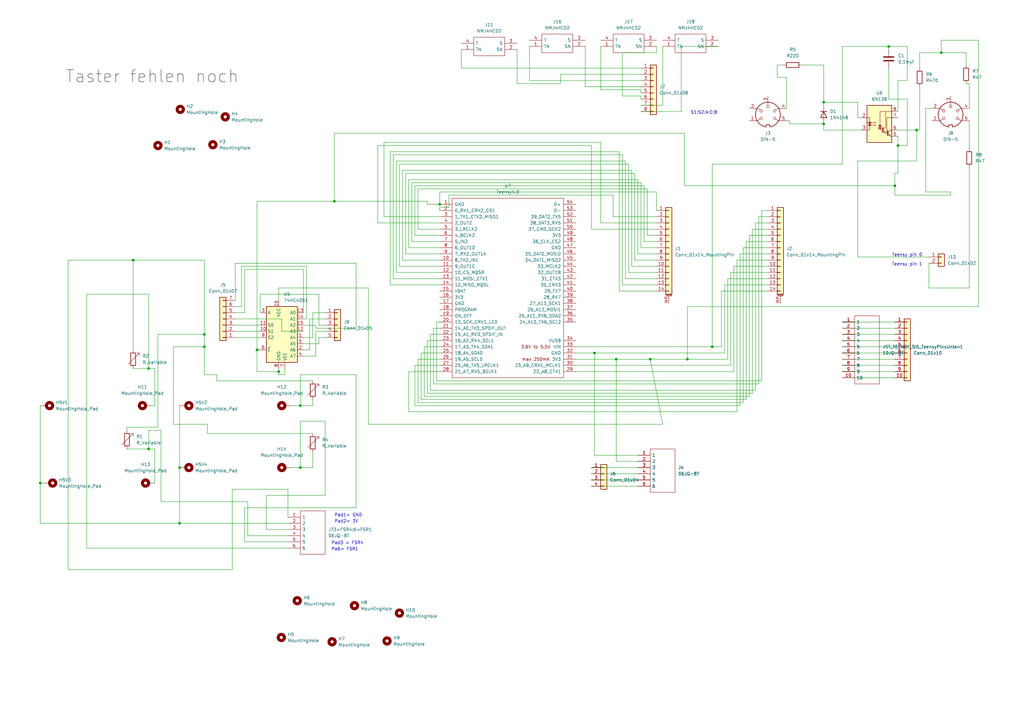
<source format=kicad_sch>
(kicad_sch (version 20211123) (generator eeschema)
  (paper "A3")
  (junction (at 16.51 198.12))
  (junction (at 281.94 147.32))
  (junction (at 337.82 50.8))
  (junction (at 367.03 76.2))
  (junction (at 83.82 137.16))
  (junction (at 123.19 166.37))
  (junction (at 73.66 214.63))
  (junction (at 105.41 143.51))
  (junction (at 252.73 147.32))
  (junction (at 180.34 83.82))
  (junction (at 266.7 147.32))
  (junction (at 364.49 19.05))
  (junction (at 337.82 41.91))
  (junction (at 114.3 152.4))
  (junction (at 137.16 82.55))
  (junction (at 60.96 184.15))
  (junction (at 368.3 59.69))
  (junction (at 292.1 142.24))
  (junction (at 83.82 142.24))
  (junction (at 123.19 191.77))
  (junction (at 54.61 106.68))
  (junction (at 243.84 144.78))
  (junction (at 60.96 151.13))
  (junction (at 375.92 53.34))
  (junction (at 386.08 21.59))
  (junction (at 73.66 191.77))
  (wire (pts (xy 279.4 19.05) (xy 279.4 45.72)))
  (wire (pts (xy 345.44 67.31) (xy 292.1 67.31)))
  (wire (pts (xy 128.27 163.83) (xy 128.27 166.37)))
  (wire (pts (xy 314.96 91.44) (xy 309.88 91.44)))
  (wire (pts (xy 345.44 137.16) (xy 367.03 137.16)))
  (wire (pts (xy 401.32 16.51) (xy 401.32 125.73)))
  (wire (pts (xy 180.34 139.7) (xy 175.26 139.7)))
  (wire (pts (xy 314.96 114.3) (xy 298.45 114.3)))
  (wire (pts (xy 124.46 140.97) (xy 130.81 140.97)))
  (wire (pts (xy 309.88 160.02) (xy 176.53 160.02)))
  (wire (pts (xy 85.09 177.8) (xy 128.27 177.8)))
  (wire (pts (xy 114.3 123.19) (xy 114.3 118.11)))
  (wire (pts (xy 128.27 156.21) (xy 88.9 156.21)))
  (wire (pts (xy 269.24 119.38) (xy 254 119.38)))
  (wire (pts (xy 96.52 130.81) (xy 115.57 130.81)))
  (wire (pts (xy 101.6 219.71) (xy 118.11 219.71)))
  (wire (pts (xy 130.81 138.43) (xy 133.35 138.43)))
  (wire (pts (xy 100.33 208.28) (xy 100.33 222.25)))
  (wire (pts (xy 318.77 26.67) (xy 321.31 26.67)))
  (wire (pts (xy 265.43 77.47) (xy 171.45 77.47)))
  (wire (pts (xy 129.54 133.35) (xy 124.46 133.35)))
  (wire (pts (xy 189.23 20.32) (xy 189.23 27.94)))
  (wire (pts (xy 314.96 111.76) (xy 299.72 111.76)))
  (wire (pts (xy 100.33 222.25) (xy 118.11 222.25)))
  (wire (pts (xy 54.61 151.13) (xy 60.96 151.13)))
  (wire (pts (xy 345.44 149.86) (xy 367.03 149.86)))
  (wire (pts (xy 271.78 173.99) (xy 266.7 147.32)))
  (wire (pts (xy 229.87 30.48) (xy 262.89 30.48)))
  (wire (pts (xy 279.4 45.72) (xy 262.89 45.72)))
  (wire (pts (xy 63.5 166.37) (xy 62.23 166.37)))
  (wire (pts (xy 123.19 191.77) (xy 128.27 191.77)))
  (wire (pts (xy 128.27 185.42) (xy 128.27 191.77)))
  (wire (pts (xy 314.96 88.9) (xy 311.15 88.9)))
  (wire (pts (xy 27.94 106.68) (xy 27.94 233.68)))
  (wire (pts (xy 375.92 53.34) (xy 377.19 53.34)))
  (wire (pts (xy 109.22 203.2) (xy 109.22 217.17)))
  (wire (pts (xy 60.96 176.53) (xy 60.96 184.15)))
  (wire (pts (xy 66.04 205.74) (xy 101.6 205.74)))
  (wire (pts (xy 351.79 105.41) (xy 381 105.41)))
  (wire (pts (xy 114.3 152.4) (xy 114.3 153.67)))
  (wire (pts (xy 180.34 104.14) (xy 166.37 104.14)))
  (wire (pts (xy 60.96 120.65) (xy 35.56 120.65)))
  (wire (pts (xy 119.38 191.77) (xy 123.19 191.77)))
  (wire (pts (xy 171.45 147.32) (xy 180.34 147.32)))
  (wire (pts (xy 114.3 151.13) (xy 114.3 152.4)))
  (wire (pts (xy 269.24 116.84) (xy 255.27 116.84)))
  (wire (pts (xy 180.34 99.06) (xy 168.91 99.06)))
  (wire (pts (xy 130.81 120.65) (xy 130.81 133.35)))
  (wire (pts (xy 323.85 50.8) (xy 323.85 49.53)))
  (wire (pts (xy 96.52 135.89) (xy 106.68 135.89)))
  (wire (pts (xy 101.6 205.74) (xy 101.6 219.71)))
  (wire (pts (xy 52.07 184.15) (xy 60.96 184.15)))
  (wire (pts (xy 88.9 156.21) (xy 88.9 153.67)))
  (wire (pts (xy 137.16 54.61) (xy 137.16 82.55)))
  (wire (pts (xy 364.49 20.32) (xy 364.49 19.05)))
  (wire (pts (xy 123.19 172.72) (xy 123.19 191.77)))
  (wire (pts (xy 105.41 152.4) (xy 114.3 152.4)))
  (wire (pts (xy 124.46 146.05) (xy 129.54 146.05)))
  (wire (pts (xy 367.03 76.2) (xy 280.67 76.2)))
  (wire (pts (xy 96.52 138.43) (xy 106.68 138.43)))
  (wire (pts (xy 27.94 106.68) (xy 54.61 106.68)))
  (wire (pts (xy 177.8 157.48) (xy 177.8 134.62)))
  (wire (pts (xy 379.73 44.45) (xy 379.73 78.74)))
  (wire (pts (xy 175.26 139.7) (xy 175.26 161.29)))
  (wire (pts (xy 368.3 59.69) (xy 368.3 71.12)))
  (wire (pts (xy 255.27 63.5) (xy 255.27 116.84)))
  (wire (pts (xy 16.51 214.63) (xy 16.51 198.12)))
  (wire (pts (xy 367.03 76.2) (xy 367.03 80.01)))
  (wire (pts (xy 281.94 147.32) (xy 298.45 147.32)))
  (wire (pts (xy 364.49 19.05) (xy 372.11 19.05)))
  (wire (pts (xy 246.38 58.42) (xy 157.48 58.42)))
  (wire (pts (xy 246.38 19.05) (xy 246.38 36.83)))
  (wire (pts (xy 312.42 86.36) (xy 312.42 156.21)))
  (wire (pts (xy 73.66 166.37) (xy 73.66 191.77)))
  (wire (pts (xy 71.12 142.24) (xy 83.82 142.24)))
  (wire (pts (xy 180.34 144.78) (xy 172.72 144.78)))
  (wire (pts (xy 292.1 142.24) (xy 295.91 142.24)))
  (wire (pts (xy 345.44 139.7) (xy 367.03 139.7)))
  (wire (pts (xy 308.61 93.98) (xy 314.96 93.98)))
  (wire (pts (xy 240.03 35.56) (xy 262.89 35.56)))
  (wire (pts (xy 345.44 19.05) (xy 345.44 67.31)))
  (wire (pts (xy 367.03 71.12) (xy 367.03 76.2)))
  (wire (pts (xy 175.26 82.55) (xy 175.26 83.82)))
  (wire (pts (xy 160.02 62.23) (xy 160.02 116.84)))
  (wire (pts (xy 165.1 106.68) (xy 180.34 106.68)))
  (wire (pts (xy 242.57 59.69) (xy 154.94 59.69)))
  (wire (pts (xy 127 130.81) (xy 133.35 130.81)))
  (wire (pts (xy 262.89 36.83) (xy 262.89 38.1)))
  (wire (pts (xy 297.18 116.84) (xy 297.18 144.78)))
  (wire (pts (xy 129.54 135.89) (xy 133.35 135.89)))
  (wire (pts (xy 99.06 109.22) (xy 99.06 125.73)))
  (wire (pts (xy 133.35 172.72) (xy 133.35 203.2)))
  (wire (pts (xy 265.43 96.52) (xy 265.43 77.47)))
  (wire (pts (xy 124.46 135.89) (xy 115.57 135.89)))
  (wire (pts (xy 242.57 194.31) (xy 261.62 194.31)))
  (wire (pts (xy 401.32 125.73) (xy 281.94 125.73)))
  (wire (pts (xy 243.84 144.78) (xy 297.18 144.78)))
  (wire (pts (xy 299.72 111.76) (xy 299.72 149.86)))
  (wire (pts (xy 309.88 91.44) (xy 309.88 160.02)))
  (wire (pts (xy 114.3 118.11) (xy 151.13 118.11)))
  (wire (pts (xy 124.46 138.43) (xy 128.27 138.43)))
  (wire (pts (xy 266.7 147.32) (xy 281.94 147.32)))
  (wire (pts (xy 377.19 21.59) (xy 386.08 21.59)))
  (wire (pts (xy 261.62 73.66) (xy 167.64 73.66)))
  (wire (pts (xy 173.99 142.24) (xy 180.34 142.24)))
  (wire (pts (xy 306.07 99.06) (xy 314.96 99.06)))
  (wire (pts (xy 133.35 203.2) (xy 109.22 203.2)))
  (wire (pts (xy 259.08 69.85) (xy 165.1 69.85)))
  (wire (pts (xy 269.24 78.74) (xy 180.34 78.74)))
  (wire (pts (xy 318.77 31.75) (xy 318.77 26.67)))
  (wire (pts (xy 179.07 132.08) (xy 180.34 132.08)))
  (wire (pts (xy 368.3 71.12) (xy 367.03 71.12)))
  (wire (pts (xy 345.44 142.24) (xy 367.03 142.24)))
  (wire (pts (xy 314.96 96.52) (xy 307.34 96.52)))
  (wire (pts (xy 280.67 76.2) (xy 280.67 54.61)))
  (wire (pts (xy 259.08 109.22) (xy 259.08 69.85)))
  (wire (pts (xy 261.62 189.23) (xy 252.73 189.23)))
  (wire (pts (xy 269.24 111.76) (xy 257.81 111.76)))
  (wire (pts (xy 314.96 109.22) (xy 300.99 109.22)))
  (wire (pts (xy 167.64 101.6) (xy 180.34 101.6)))
  (wire (pts (xy 166.37 104.14) (xy 166.37 71.12)))
  (wire (pts (xy 397.51 118.11) (xy 381 118.11)))
  (wire (pts (xy 129.54 135.89) (xy 129.54 146.05)))
  (wire (pts (xy 397.51 44.45) (xy 397.51 34.29)))
  (wire (pts (xy 255.27 63.5) (xy 161.29 63.5)))
  (wire (pts (xy 63.5 184.15) (xy 63.5 198.12)))
  (wire (pts (xy 314.96 101.6) (xy 304.8 101.6)))
  (wire (pts (xy 236.22 142.24) (xy 292.1 142.24)))
  (wire (pts (xy 184.15 80.01) (xy 251.46 80.01)))
  (wire (pts (xy 256.54 114.3) (xy 256.54 66.04)))
  (wire (pts (xy 16.51 198.12) (xy 17.78 198.12)))
  (wire (pts (xy 262.89 39.37) (xy 262.89 40.64)))
  (wire (pts (xy 303.53 166.37) (xy 303.53 104.14)))
  (wire (pts (xy 162.56 66.04) (xy 162.56 111.76)))
  (wire (pts (xy 125.73 109.22) (xy 99.06 109.22)))
  (wire (pts (xy 123.19 153.67) (xy 123.19 166.37)))
  (wire (pts (xy 307.34 96.52) (xy 307.34 162.56)))
  (wire (pts (xy 382.27 44.45) (xy 379.73 44.45)))
  (wire (pts (xy 254 119.38) (xy 254 62.23)))
  (wire (pts (xy 118.11 200.66) (xy 118.11 212.09)))
  (wire (pts (xy 128.27 128.27) (xy 133.35 128.27)))
  (wire (pts (xy 264.16 76.2) (xy 170.18 76.2)))
  (wire (pts (xy 64.77 175.26) (xy 64.77 137.16)))
  (wire (pts (xy 105.41 82.55) (xy 105.41 143.51)))
  (wire (pts (xy 73.66 191.77) (xy 73.66 214.63)))
  (wire (pts (xy 386.08 21.59) (xy 396.24 21.59)))
  (wire (pts (xy 242.57 199.39) (xy 261.62 199.39)))
  (wire (pts (xy 127 130.81) (xy 127 143.51)))
  (wire (pts (xy 269.24 19.05) (xy 269.24 21.59)))
  (wire (pts (xy 269.24 21.59) (xy 255.27 21.59)))
  (wire (pts (xy 52.07 175.26) (xy 64.77 175.26)))
  (wire (pts (xy 229.87 34.29) (xy 229.87 30.48)))
  (wire (pts (xy 83.82 106.68) (xy 83.82 137.16)))
  (wire (pts (xy 252.73 147.32) (xy 266.7 147.32)))
  (wire (pts (xy 106.68 120.65) (xy 130.81 120.65)))
  (wire (pts (xy 337.82 43.18) (xy 337.82 41.91)))
  (wire (pts (xy 52.07 176.53) (xy 52.07 175.26)))
  (wire (pts (xy 298.45 114.3) (xy 298.45 147.32)))
  (wire (pts (xy 302.26 168.91) (xy 167.64 168.91)))
  (wire (pts (xy 345.44 152.4) (xy 367.03 152.4)))
  (wire (pts (xy 105.41 82.55) (xy 137.16 82.55)))
  (wire (pts (xy 96.52 123.19) (xy 96.52 107.95)))
  (wire (pts (xy 180.34 85.09) (xy 184.15 85.09)))
  (wire (pts (xy 124.46 110.49) (xy 100.33 110.49)))
  (wire (pts (xy 154.94 91.44) (xy 180.34 91.44)))
  (wire (pts (xy 353.06 48.26) (xy 351.79 48.26)))
  (wire (pts (xy 375.92 66.04) (xy 351.79 66.04)))
  (wire (pts (xy 260.35 106.68) (xy 269.24 106.68)))
  (wire (pts (xy 323.85 49.53) (xy 322.58 49.53)))
  (wire (pts (xy 96.52 133.35) (xy 106.68 133.35)))
  (wire (pts (xy 345.44 134.62) (xy 367.03 134.62)))
  (wire (pts (xy 60.96 120.65) (xy 60.96 151.13)))
  (wire (pts (xy 73.66 214.63) (xy 16.51 214.63)))
  (wire (pts (xy 157.48 58.42) (xy 157.48 88.9)))
  (wire (pts (xy 162.56 111.76) (xy 180.34 111.76)))
  (wire (pts (xy 314.96 119.38) (xy 295.91 119.38)))
  (wire (pts (xy 372.11 59.69) (xy 368.3 59.69)))
  (wire (pts (xy 262.89 101.6) (xy 262.89 74.93)))
  (wire (pts (xy 171.45 93.98) (xy 180.34 93.98)))
  (wire (pts (xy 66.04 176.53) (xy 60.96 176.53)))
  (wire (pts (xy 302.26 106.68) (xy 302.26 168.91)))
  (wire (pts (xy 16.51 198.12) (xy 16.51 166.37)))
  (wire (pts (xy 116.84 151.13) (xy 116.84 153.67)))
  (wire (pts (xy 236.22 149.86) (xy 299.72 149.86)))
  (wire (pts (xy 269.24 114.3) (xy 256.54 114.3)))
  (wire (pts (xy 163.83 67.31) (xy 163.83 109.22)))
  (wire (pts (xy 368.3 45.72) (xy 368.3 33.02)))
  (wire (pts (xy 242.57 93.98) (xy 269.24 93.98)))
  (wire (pts (xy 242.57 93.98) (xy 242.57 59.69)))
  (wire (pts (xy 337.82 53.34) (xy 337.82 50.8)))
  (wire (pts (xy 386.08 21.59) (xy 386.08 16.51)))
  (wire (pts (xy 269.24 86.36) (xy 269.24 78.74)))
  (wire (pts (xy 123.19 153.67) (xy 146.05 153.67)))
  (wire (pts (xy 177.8 134.62) (xy 180.34 134.62)))
  (wire (pts (xy 115.57 135.89) (xy 115.57 130.81)))
  (wire (pts (xy 236.22 152.4) (xy 300.99 152.4)))
  (wire (pts (xy 364.49 27.94) (xy 364.49 40.64)))
  (wire (pts (xy 345.44 154.94) (xy 367.03 154.94)))
  (wire (pts (xy 212.09 20.32) (xy 212.09 34.29)))
  (wire (pts (xy 257.81 111.76) (xy 257.81 67.31)))
  (wire (pts (xy 308.61 161.29) (xy 308.61 93.98)))
  (wire (pts (xy 337.82 50.8) (xy 323.85 50.8)))
  (wire (pts (xy 63.5 151.13) (xy 63.5 166.37)))
  (wire (pts (xy 154.94 59.69) (xy 154.94 91.44)))
  (wire (pts (xy 269.24 109.22) (xy 259.08 109.22)))
  (wire (pts (xy 137.16 82.55) (xy 175.26 82.55)))
  (wire (pts (xy 168.91 74.93) (xy 168.91 99.06)))
  (wire (pts (xy 372.11 33.02) (xy 372.11 19.05)))
  (wire (pts (xy 171.45 77.47) (xy 171.45 93.98)))
  (wire (pts (xy 95.25 233.68) (xy 95.25 200.66)))
  (wire (pts (xy 35.56 224.79) (xy 118.11 224.79)))
  (wire (pts (xy 151.13 173.99) (xy 151.13 118.11)))
  (wire (pts (xy 165.1 69.85) (xy 165.1 106.68)))
  (wire (pts (xy 269.24 99.06) (xy 264.16 99.06)))
  (wire (pts (xy 130.81 140.97) (xy 130.81 138.43)))
  (wire (pts (xy 252.73 147.32) (xy 252.73 189.23)))
  (wire (pts (xy 172.72 144.78) (xy 172.72 163.83)))
  (wire (pts (xy 303.53 104.14) (xy 314.96 104.14)))
  (wire (pts (xy 106.68 128.27) (xy 106.68 120.65)))
  (wire (pts (xy 166.37 71.12) (xy 260.35 71.12)))
  (wire (pts (xy 27.94 233.68) (xy 95.25 233.68)))
  (wire (pts (xy 175.26 83.82) (xy 180.34 83.82)))
  (wire (pts (xy 127 143.51) (xy 124.46 143.51)))
  (wire (pts (xy 386.08 16.51) (xy 401.32 16.51)))
  (wire (pts (xy 95.25 200.66) (xy 118.11 200.66)))
  (wire (pts (xy 184.15 85.09) (xy 184.15 80.01)))
  (wire (pts (xy 377.19 21.59) (xy 377.19 27.94)))
  (wire (pts (xy 381 118.11) (xy 381 107.95)))
  (wire (pts (xy 180.34 86.36) (xy 180.34 85.09)))
  (wire (pts (xy 322.58 44.45) (xy 322.58 31.75)))
  (wire (pts (xy 217.17 19.05) (xy 217.17 33.02)))
  (wire (pts (xy 85.09 173.99) (xy 71.12 173.99)))
  (wire (pts (xy 271.78 43.18) (xy 262.89 43.18)))
  (wire (pts (xy 175.26 161.29) (xy 308.61 161.29)))
  (wire (pts (xy 379.73 78.74) (xy 389.89 78.74)))
  (wire (pts (xy 377.19 35.56) (xy 377.19 53.34)))
  (wire (pts (xy 176.53 160.02) (xy 176.53 137.16)))
  (wire (pts (xy 345.44 147.32) (xy 367.03 147.32)))
  (wire (pts (xy 60.96 184.15) (xy 63.5 184.15)))
  (wire (pts (xy 54.61 106.68) (xy 83.82 106.68)))
  (wire (pts (xy 255.27 21.59) (xy 255.27 39.37)))
  (wire (pts (xy 163.83 109.22) (xy 180.34 109.22)))
  (wire (pts (xy 124.46 128.27) (xy 124.46 110.49)))
  (wire (pts (xy 304.8 165.1) (xy 171.45 165.1)))
  (wire (pts (xy 364.49 40.64) (xy 372.11 40.64)))
  (wire (pts (xy 66.04 205.74) (xy 66.04 176.53)))
  (wire (pts (xy 396.24 26.67) (xy 396.24 21.59)))
  (wire (pts (xy 345.44 132.08) (xy 367.03 132.08)))
  (wire (pts (xy 397.51 68.58) (xy 397.51 118.11)))
  (wire (pts (xy 88.9 153.67) (xy 83.82 153.67)))
  (wire (pts (xy 261.62 186.69) (xy 243.84 186.69)))
  (wire (pts (xy 171.45 165.1) (xy 171.45 147.32)))
  (wire (pts (xy 242.57 191.77) (xy 261.62 191.77)))
  (wire (pts (xy 337.82 26.67) (xy 328.93 26.67)))
  (wire (pts (xy 353.06 53.34) (xy 337.82 53.34)))
  (wire (pts (xy 368.3 53.34) (xy 375.92 53.34)))
  (wire (pts (xy 173.99 162.56) (xy 173.99 142.24)))
  (wire (pts (xy 375.92 53.34) (xy 375.92 66.04)))
  (wire (pts (xy 240.03 19.05) (xy 240.03 35.56)))
  (wire (pts (xy 60.96 151.13) (xy 63.5 151.13)))
  (wire (pts (xy 397.51 49.53) (xy 397.51 60.96)))
  (wire (pts (xy 35.56 120.65) (xy 35.56 224.79)))
  (wire (pts (xy 125.73 130.81) (xy 125.73 109.22)))
  (wire (pts (xy 105.41 143.51) (xy 105.41 152.4)))
  (wire (pts (xy 311.15 157.48) (xy 177.8 157.48)))
  (wire (pts (xy 170.18 149.86) (xy 170.18 166.37)))
  (wire (pts (xy 256.54 66.04) (xy 162.56 66.04)))
  (wire (pts (xy 246.38 91.44) (xy 269.24 91.44)))
  (wire (pts (xy 251.46 88.9) (xy 269.24 88.9)))
  (wire (pts (xy 345.44 144.78) (xy 367.03 144.78)))
  (wire (pts (xy 119.38 166.37) (xy 123.19 166.37)))
  (wire (pts (xy 189.23 27.94) (xy 262.89 27.94)))
  (wire (pts (xy 314.96 86.36) (xy 312.42 86.36)))
  (wire (pts (xy 217.17 33.02) (xy 262.89 33.02)))
  (wire (pts (xy 314.96 106.68) (xy 302.26 106.68)))
  (wire (pts (xy 280.67 54.61) (xy 137.16 54.61)))
  (wire (pts (xy 372.11 40.64) (xy 372.11 59.69)))
  (wire (pts (xy 170.18 76.2) (xy 170.18 96.52)))
  (wire (pts (xy 172.72 163.83) (xy 306.07 163.83)))
  (wire (pts (xy 123.19 166.37) (xy 128.27 166.37)))
  (wire (pts (xy 167.64 73.66) (xy 167.64 101.6)))
  (wire (pts (xy 176.53 137.16) (xy 180.34 137.16)))
  (wire (pts (xy 389.89 78.74) (xy 389.89 80.01)))
  (wire (pts (xy 322.58 31.75) (xy 318.77 31.75)))
  (wire (pts (xy 351.79 48.26) (xy 351.79 41.91)))
  (wire (pts (xy 314.96 116.84) (xy 297.18 116.84)))
  (wire (pts (xy 167.64 152.4) (xy 167.64 168.91)))
  (wire (pts (xy 236.22 144.78) (xy 243.84 144.78)))
  (wire (pts (xy 146.05 134.62) (xy 129.54 134.62)))
  (wire (pts (xy 251.46 80.01) (xy 251.46 88.9)))
  (wire (pts (xy 116.84 153.67) (xy 114.3 153.67)))
  (wire (pts (xy 180.34 149.86) (xy 170.18 149.86)))
  (wire (pts (xy 96.52 128.27) (xy 100.33 128.27)))
  (wire (pts (xy 161.29 63.5) (xy 161.29 114.3)))
  (wire (pts (xy 246.38 91.44) (xy 246.38 58.42)))
  (wire (pts (xy 124.46 130.81) (xy 125.73 130.81)))
  (wire (pts (xy 261.62 104.14) (xy 261.62 73.66)))
  (wire (pts (xy 161.29 114.3) (xy 180.34 114.3)))
  (wire (pts (xy 109.22 217.17) (xy 118.11 217.17)))
  (wire (pts (xy 246.38 36.83) (xy 262.89 36.83)))
  (wire (pts (xy 160.02 116.84) (xy 180.34 116.84)))
  (wire (pts (xy 212.09 34.29) (xy 229.87 34.29)))
  (wire (pts (xy 54.61 143.51) (xy 54.61 106.68)))
  (wire (pts (xy 295.91 119.38) (xy 295.91 142.24)))
  (wire (pts (xy 351.79 41.91) (xy 337.82 41.91)))
  (wire (pts (xy 83.82 137.16) (xy 83.82 142.24)))
  (wire (pts (xy 307.34 162.56) (xy 173.99 162.56)))
  (wire (pts (xy 294.64 19.05) (xy 279.4 19.05)))
  (wire (pts (xy 271.78 19.05) (xy 271.78 43.18)))
  (wire (pts (xy 312.42 156.21) (xy 179.07 156.21)))
  (wire (pts (xy 170.18 96.52) (xy 180.34 96.52)))
  (wire (pts (xy 128.27 138.43) (xy 128.27 128.27)))
  (wire (pts (xy 257.81 67.31) (xy 163.83 67.31)))
  (wire (pts (xy 170.18 166.37) (xy 303.53 166.37)))
  (wire (pts (xy 269.24 96.52) (xy 265.43 96.52)))
  (wire (pts (xy 151.13 173.99) (xy 271.78 173.99)))
  (wire (pts (xy 304.8 101.6) (xy 304.8 165.1)))
  (wire (pts (xy 243.84 186.69) (xy 243.84 144.78)))
  (wire (pts (xy 96.52 107.95) (xy 146.05 107.95)))
  (wire (pts (xy 292.1 67.31) (xy 292.1 142.24)))
  (wire (pts (xy 71.12 173.99) (xy 71.12 142.24)))
  (wire (pts (xy 105.41 143.51) (xy 106.68 143.51)))
  (wire (pts (xy 236.22 147.32) (xy 252.73 147.32)))
  (wire (pts (xy 367.03 80.01) (xy 389.89 80.01)))
  (wire (pts (xy 242.57 196.85) (xy 261.62 196.85)))
  (wire (pts (xy 146.05 153.67) (xy 146.05 208.28)))
  (wire (pts (xy 264.16 99.06) (xy 264.16 76.2)))
  (wire (pts (xy 368.3 33.02) (xy 372.11 33.02)))
  (wire (pts (xy 146.05 107.95) (xy 146.05 134.62)))
  (wire (pts (xy 64.77 137.16) (xy 83.82 137.16)))
  (wire (pts (xy 255.27 39.37) (xy 262.89 39.37)))
  (wire (pts (xy 254 62.23) (xy 160.02 62.23)))
  (wire (pts (xy 83.82 142.24) (xy 83.82 153.67)))
  (wire (pts (xy 368.3 55.88) (xy 368.3 59.69)))
  (wire (pts (xy 345.44 19.05) (xy 364.49 19.05)))
  (wire (pts (xy 130.81 133.35) (xy 133.35 133.35)))
  (wire (pts (xy 337.82 41.91) (xy 337.82 26.67)))
  (wire (pts (xy 269.24 104.14) (xy 261.62 104.14)))
  (wire (pts (xy 167.64 152.4) (xy 180.34 152.4)))
  (wire (pts (xy 157.48 88.9) (xy 180.34 88.9)))
  (wire (pts (xy 300.99 109.22) (xy 300.99 152.4)))
  (wire (pts (xy 260.35 71.12) (xy 260.35 106.68)))
  (wire (pts (xy 262.89 74.93) (xy 168.91 74.93)))
  (wire (pts (xy 397.51 34.29) (xy 396.24 34.29)))
  (wire (pts (xy 129.54 134.62) (xy 129.54 133.35)))
  (wire (pts (xy 306.07 163.83) (xy 306.07 99.06)))
  (wire (pts (xy 180.34 78.74) (xy 180.34 83.82)))
  (wire (pts (xy 351.79 66.04) (xy 351.79 105.41)))
  (wire (pts (xy 73.66 214.63) (xy 118.11 214.63)))
  (wire (pts (xy 133.35 172.72) (xy 123.19 172.72)))
  (wire (pts (xy 311.15 88.9) (xy 311.15 157.48)))
  (wire (pts (xy 146.05 208.28) (xy 100.33 208.28)))
  (wire (pts (xy 85.09 177.8) (xy 85.09 173.99)))
  (wire (pts (xy 99.06 125.73) (xy 96.52 125.73)))
  (wire (pts (xy 281.94 125.73) (xy 281.94 147.32)))
  (wire (pts (xy 100.33 110.49) (xy 100.33 128.27)))
  (wire (pts (xy 179.07 156.21) (xy 179.07 132.08)))
  (wire (pts (xy 269.24 101.6) (xy 262.89 101.6)))
  (text "Pa6= FSR1" (at 135.89 226.06 0) (effects (font (size 1.27 1.27)) (justify left bottom)))
  (text "Teensy pin 1" (at 365.76 109.22 0) (effects (font (size 1.27 1.27)) (justify left bottom)))
  (text "Pad2= 3V" (at 137.16 214.63 0) (effects (font (size 1.27 1.27)) (justify left bottom)))
  (text "Pad1= GND" (at 137.16 212.09 0) (effects (font (size 1.27 1.27)) (justify left bottom)))
  (text "Teensy pin 0" (at 365.76 105.41 0) (effects (font (size 1.27 1.27)) (justify left bottom)))
  (text "Pad3 = FSR4" (at 135.89 223.52 0) (effects (font (size 1.27 1.27)) (justify left bottom)))
  (text "S1;S2;A;C;B" (at 283.21 46.99 0) (effects (font (size 1.27 1.27)) (justify left bottom)))
  (label "Taster fehlen noch" (at 26.67 35.56 0) (effects (font (size 5 5))))
  (symbol (lib_id "SamacSys_Parts:NMJ4HCD2") (at 217.17 16.51 0) (unit 1)
    (property "Reference" "J16" (at 228.6 8.89 0))
    (property "Value" "NMJ4HCD2" (at 228.6 11.43 0))
    (property "Footprint" "SamacSys_Parts:NMJ4HCD2" (effects hide))
    (property "Datasheet" "https://componentsearchengine.com/Datasheets/5/NMJ4HCD2.pdf" (effects hide))
    (property "Description" "Phone Connectors 2C MONO 2-SPST NC" (effects hide))
    (property "Mouser Part Number" "550-12202" (effects hide))
    (property "Mouser Price/Stock" "https://www.mouser.co.uk/ProductDetail/Neutrik/NMJ4HCD2?qs=SzdD80gJ2cAr9Xh3wJi7nw%3D%3D" (effects hide))
    (property "Manufacturer_Name" "Neutrik" (effects hide))
    (property "Manufacturer_Part_Number" "NMJ4HCD2" (effects hide))
  )
  (symbol (lib_id "Device:R_Variable") (at 128.27 160.02 0) (unit 1)
    (property "Reference" "R3" (at 132.08 158.7499 0) (effects (justify left)))
    (property "Value" "R_Variable" (at 132.08 161.2899 0) (effects (justify left)))
    (property "Footprint" "Resistor_THT:R_Axial_DIN0411_L9.9mm_D3.6mm_P7.62mm_Vertical" (effects hide))
  )
  (symbol (lib_id "06JQ-BT:06JQ-BT") (at 118.11 212.09 0) (unit 1)
    (property "Reference" "J?3=FSR4;6=FSR1" (at 134.62 217.1699 0) (effects (justify left)))
    (property "Value" "06JQ-BT" (at 134.62 219.7099 0) (effects (justify left)))
    (property "Footprint" "Connector_JST:JST_XH_B6B-XH-A_1x06_P2.50mm_Vertical" (effects hide))
    (property "Datasheet" "http://www.jst-mfg.com/product/pdf/eng/eJQ.pdf" (effects hide))
    (property "Description" "CONN RCPT 6POS 0.098 TIN PCB" (effects hide))
    (property "Height" "9.5" (effects hide))
    (property "Manufacturer_Name" "JST (JAPAN SOLDERLESS TERMINALS)" (effects hide))
    (property "Manufacturer_Part_Number" "06JQ-BT" (effects hide))
    (property "Arrow Part Number" "06JQ-BT" (effects hide))
    (property "Arrow Price/Stock" "https://www.arrow.com/en/products/06jq-bt/jst-manufacturing" (effects hide))
  )
  (symbol (lib_id "Connector_Generic:Conn_01x08") (at 267.97 35.56 0) (unit 1)
    (property "Reference" "J7" (at 270.51 35.5599 0) (effects (justify left)))
    (property "Value" "Conn_01x08" (at 270.51 38.0999 0) (effects (justify left)))
    (property "Footprint" "Connector_PinHeader_2.54mm:PinHeader_1x08_P2.54mm_Vertical" (effects hide))
  )
  (symbol (lib_id "Connector_Generic:Conn_01x04") (at 247.65 194.31 0) (unit 1)
    (property "Reference" "J6" (at 250.19 194.3099 0) (effects (justify left)))
    (property "Value" "Conn_01x04" (at 250.19 196.8499 0) (effects (justify left)))
    (property "Footprint" "Connector_PinHeader_2.54mm:PinHeader_1x04_P2.54mm_Vertical" (effects hide))
  )
  (symbol (lib_id "Mechanical:MountingHole_Pad") (at 76.2 191.77 270) (unit 1)
    (property "Reference" "H5V4" (at 80.01 190.4999 90) (effects (justify left)))
    (property "Value" "MountingHole_Pad" (at 80.01 193.0399 90) (effects (justify left)))
    (property "Footprint" "project_fp:SolderWirePad_1x01_SMD_5x10mm" (effects hide))
  )
  (symbol (lib_id "Mechanical:MountingHole_Pad") (at 19.05 166.37 270) (unit 1)
    (property "Reference" "H5V1" (at 22.86 165.0999 90) (effects (justify left)))
    (property "Value" "MountingHole_Pad" (at 22.86 167.6399 90) (effects (justify left)))
    (property "Footprint" "project_fp:SolderWirePad_1x01_SMD_5x10mm" (effects hide))
  )
  (symbol (lib_id "Device:R") (at 377.19 31.75 0) (unit 1)
    (property "Reference" "R6" (at 379.73 30.4799 0) (effects (justify left)))
    (property "Value" "R470" (at 379.73 33.0199 0) (effects (justify left)))
    (property "Footprint" "Resistor_THT:R_Axial_DIN0411_L9.9mm_D3.6mm_P7.62mm_Vertical" (effects hide))
  )
  (symbol (lib_id "Connector_Generic:Conn_01x10") (at 372.11 142.24 0) (unit 1)
    (property "Reference" "J6_TeensyPinsUnten1" (at 374.65 142.2399 0) (effects (justify left)))
    (property "Value" "Conn_01x10" (at 374.65 144.7799 0) (effects (justify left)))
    (property "Footprint" "Connector_PinHeader_2.54mm:PinHeader_1x10_P2.54mm_Vertical" (effects hide))
  )
  (symbol (lib_id "Mechanical:MountingHole") (at 136.2157 263.2288 0) (unit 1)
    (property "Reference" "H7" (at 138.7557 261.9587 0) (effects (justify left)))
    (property "Value" "MountingHole" (at 138.7557 264.4987 0) (effects (justify left)))
    (property "Footprint" "MountingHole:MountingHole_3mm" (effects hide))
  )
  (symbol (lib_id "Device:R_Variable") (at 128.27 181.61 0) (unit 1)
    (property "Reference" "R4" (at 132.08 180.3399 0) (effects (justify left)))
    (property "Value" "R_Variable" (at 132.08 182.8799 0) (effects (justify left)))
    (property "Footprint" "Resistor_THT:R_Axial_DIN0411_L9.9mm_D3.6mm_P7.62mm_Vertical" (effects hide))
  )
  (symbol (lib_id "Diode:1N4148") (at 337.82 46.99 270) (unit 1)
    (property "Reference" "D1" (at 340.36 45.7199 90) (effects (justify left)))
    (property "Value" "1N4148" (at 340.36 48.2599 90) (effects (justify left)))
    (property "Footprint" "Diode_THT:D_DO-35_SOD27_P7.62mm_Horizontal" (effects hide))
    (property "Datasheet" "https://assets.nexperia.com/documents/data-sheet/1N4148_1N4448.pdf" (effects hide))
  )
  (symbol (lib_id "Mechanical:MountingHole") (at 158.75 262.89 0) (unit 1)
    (property "Reference" "H9" (at 161.29 261.6199 0) (effects (justify left)))
    (property "Value" "MountingHole" (at 161.29 264.1599 0) (effects (justify left)))
    (property "Footprint" "MountingHole:MountingHole_3mm" (effects hide))
  )
  (symbol (lib_id "10JQ-BT:10JQ-BT") (at 345.44 132.08 0) (unit 1)
    (property "Reference" "JST_TEENSY_5" (at 361.95 142.2399 0) (effects (justify left)))
    (property "Value" "10JQ-BT" (at 361.95 144.7799 0) (effects (justify left)))
    (property "Footprint" "Connector_JST:JST_SH_SM10B-SRSS-TB_1x10-1MP_P1.00mm_Horizontal" (effects hide))
    (property "Datasheet" "http://www.jst-mfg.com/product/pdf/jpn/JQ.pdf?5d2869bdd0923" (effects hide))
    (property "Description" "JST Automotive Connectors" (effects hide))
    (property "Height" "9.5" (effects hide))
    (property "Manufacturer_Name" "JST (JAPAN SOLDERLESS TERMINALS)" (effects hide))
    (property "Manufacturer_Part_Number" "10JQ-BT" (effects hide))
    (property "Mouser Part Number" "N/A" (effects hide))
    (property "Mouser Price/Stock" "https://www.mouser.co.uk/ProductDetail/JST/10JQ-BT?qs=w%2Fv1CP2dgqr8jPgLFLsY8Q%3D%3D" (effects hide))
  )
  (symbol (lib_id "Device:R") (at 325.12 26.67 90) (unit 1)
    (property "Reference" "R5" (at 325.12 20.32 90))
    (property "Value" "R220" (at 325.12 22.86 90))
    (property "Footprint" "Resistor_THT:R_Axial_DIN0411_L9.9mm_D3.6mm_P7.62mm_Vertical" (effects hide))
  )
  (symbol (lib_id "Mechanical:MountingHole_Pad") (at 59.69 166.37 90) (unit 1)
    (property "Reference" "H11" (at 58.42 158.75 90))
    (property "Value" "MountingHole_Pad" (at 58.42 161.29 90))
    (property "Footprint" "project_fp:SolderWirePad_1x01_SMD_5x10mm" (effects hide))
  )
  (symbol (lib_id "SamacSys_Parts:NMJ4HCD2") (at 271.78 16.51 0) (unit 1)
    (property "Reference" "J18" (at 283.21 8.89 0))
    (property "Value" "NMJ4HCD2" (at 283.21 11.43 0))
    (property "Footprint" "SamacSys_Parts:NMJ4HCD2" (effects hide))
    (property "Datasheet" "https://componentsearchengine.com/Datasheets/5/NMJ4HCD2.pdf" (effects hide))
    (property "Description" "Phone Connectors 2C MONO 2-SPST NC" (effects hide))
    (property "Mouser Part Number" "550-12202" (effects hide))
    (property "Mouser Price/Stock" "https://www.mouser.co.uk/ProductDetail/Neutrik/NMJ4HCD2?qs=SzdD80gJ2cAr9Xh3wJi7nw%3D%3D" (effects hide))
    (property "Manufacturer_Name" "Neutrik" (effects hide))
    (property "Manufacturer_Part_Number" "NMJ4HCD2" (effects hide))
  )
  (symbol (lib_id "Device:C") (at 364.49 24.13 0) (unit 1)
    (property "Reference" "C1" (at 368.3 22.8599 0) (effects (justify left)))
    (property "Value" "0,1myf" (at 368.3 25.3999 0) (effects (justify left)))
    (property "Footprint" "Capacitor_THT:CP_Radial_D6.3mm_P2.50mm" (effects hide))
  )
  (symbol (lib_id "Mechanical:MountingHole_Pad") (at 116.84 166.37 90) (unit 1)
    (property "Reference" "H12" (at 115.57 158.75 90))
    (property "Value" "MountingHole_Pad" (at 115.57 161.29 90))
    (property "Footprint" "project_fp:SolderWirePad_1x01_SMD_5x10mm" (effects hide))
  )
  (symbol (lib_id "Mechanical:MountingHole") (at 92.3843 47.9212 0) (unit 1)
    (property "Reference" "H4" (at 94.9243 46.6511 0) (effects (justify left)))
    (property "Value" "MountingHole" (at 94.9243 49.1911 0) (effects (justify left)))
    (property "Footprint" "MountingHole:MountingHole_3mm" (effects hide))
  )
  (symbol (lib_id "Mechanical:MountingHole_Pad") (at 76.2 166.37 270) (unit 1)
    (property "Reference" "H5V2" (at 80.01 165.0999 90) (effects (justify left)))
    (property "Value" "MountingHole_Pad" (at 80.01 167.6399 90) (effects (justify left)))
    (property "Footprint" "project_fp:SolderWirePad_1x01_SMD_5x10mm" (effects hide))
  )
  (symbol (lib_id "Mechanical:MountingHole") (at 145.3939 248.4024 0) (unit 1)
    (property "Reference" "H8" (at 147.9339 247.1323 0) (effects (justify left)))
    (property "Value" "MountingHole" (at 147.9339 249.6723 0) (effects (justify left)))
    (property "Footprint" "MountingHole:MountingHole_3mm" (effects hide))
  )
  (symbol (lib_id "SamacSys_Parts:NMJ4HCD2") (at 246.38 16.51 0) (unit 1)
    (property "Reference" "J17" (at 257.81 8.89 0))
    (property "Value" "NMJ4HCD2" (at 257.81 11.43 0))
    (property "Footprint" "SamacSys_Parts:NMJ4HCD2" (effects hide))
    (property "Datasheet" "https://componentsearchengine.com/Datasheets/5/NMJ4HCD2.pdf" (effects hide))
    (property "Description" "Phone Connectors 2C MONO 2-SPST NC" (effects hide))
    (property "Mouser Part Number" "550-12202" (effects hide))
    (property "Mouser Price/Stock" "https://www.mouser.co.uk/ProductDetail/Neutrik/NMJ4HCD2?qs=SzdD80gJ2cAr9Xh3wJi7nw%3D%3D" (effects hide))
    (property "Manufacturer_Name" "Neutrik" (effects hide))
    (property "Manufacturer_Part_Number" "NMJ4HCD2" (effects hide))
  )
  (symbol (lib_id "Mechanical:MountingHole_Pad") (at 116.84 191.77 90) (unit 1)
    (property "Reference" "H14" (at 115.57 184.15 90))
    (property "Value" "MountingHole_Pad" (at 115.57 186.69 90))
    (property "Footprint" "project_fp:SolderWirePad_1x01_SMD_5x10mm" (effects hide))
  )
  (symbol (lib_id "teensy:Teensy4.0") (at 208.28 118.11 0) (unit 1)
    (property "Reference" "U7" (at 208.28 76.2 0))
    (property "Value" "Teensy4.0" (at 208.28 78.74 0))
    (property "Footprint" "KiCad:Teensy40" (effects hide))
  )
  (symbol (lib_id "Connector_Generic_MountingPin:Conn_01x14_MountingPin") (at 274.32 101.6 0) (unit 1)
    (property "Reference" "J1" (at 276.86 101.9555 0) (effects (justify left)))
    (property "Value" "Conn_01x14_MountingPin" (at 276.86 104.4955 0) (effects (justify left)))
    (property "Footprint" "Connector_PinHeader_2.54mm:PinHeader_1x14_P2.54mm_Vertical" (effects hide))
  )
  (symbol (lib_id "06JQ-BT:06JQ-BT") (at 261.62 186.69 0) (unit 1)
    (property "Reference" "J4" (at 278.13 191.7699 0) (effects (justify left)))
    (property "Value" "06JQ-BT" (at 278.13 194.3099 0) (effects (justify left)))
    (property "Footprint" "Connector_JST:JST_XH_B6B-XH-A_1x06_P2.50mm_Vertical" (effects hide))
    (property "Datasheet" "http://www.jst-mfg.com/product/pdf/eng/eJQ.pdf" (effects hide))
    (property "Description" "CONN RCPT 6POS 0.098 TIN PCB" (effects hide))
    (property "Height" "9.5" (effects hide))
    (property "Manufacturer_Name" "JST (JAPAN SOLDERLESS TERMINALS)" (effects hide))
    (property "Manufacturer_Part_Number" "06JQ-BT" (effects hide))
    (property "Arrow Part Number" "06JQ-BT" (effects hide))
    (property "Arrow Price/Stock" "https://www.arrow.com/en/products/06jq-bt/jst-manufacturing" (effects hide))
  )
  (symbol (lib_id "SamacSys_Parts:NMJ4HCD2") (at 189.23 17.78 0) (unit 1)
    (property "Reference" "J11" (at 200.66 10.16 0))
    (property "Value" "NMJ4HCD2" (at 200.66 12.7 0))
    (property "Footprint" "SamacSys_Parts:NMJ4HCD2" (effects hide))
    (property "Datasheet" "https://componentsearchengine.com/Datasheets/5/NMJ4HCD2.pdf" (effects hide))
    (property "Description" "Phone Connectors 2C MONO 2-SPST NC" (effects hide))
    (property "Mouser Part Number" "550-12202" (effects hide))
    (property "Mouser Price/Stock" "https://www.mouser.co.uk/ProductDetail/Neutrik/NMJ4HCD2?qs=SzdD80gJ2cAr9Xh3wJi7nw%3D%3D" (effects hide))
    (property "Manufacturer_Name" "Neutrik" (effects hide))
    (property "Manufacturer_Part_Number" "NMJ4HCD2" (effects hide))
  )
  (symbol (lib_id "Device:R") (at 397.51 64.77 0) (unit 1)
    (property "Reference" "R8" (at 400.05 63.4999 0) (effects (justify left)))
    (property "Value" "R47" (at 400.05 66.0399 0) (effects (justify left)))
    (property "Footprint" "Resistor_THT:R_Axial_DIN0411_L9.9mm_D3.6mm_P7.62mm_Vertical" (effects hide))
  )
  (symbol (lib_id "Mechanical:MountingHole") (at 121.92 246.38 0) (unit 1)
    (property "Reference" "H6" (at 124.46 245.1099 0) (effects (justify left)))
    (property "Value" "MountingHole" (at 124.46 247.6499 0) (effects (justify left)))
    (property "Footprint" "MountingHole:MountingHole_3mm" (effects hide))
  )
  (symbol (lib_id "Connector_Generic_MountingPin:Conn_01x14_MountingPin") (at 320.04 101.6 0) (unit 1)
    (property "Reference" "J2" (at 322.58 101.9555 0) (effects (justify left)))
    (property "Value" "Conn_01x14_MountingPin" (at 322.58 104.4955 0) (effects (justify left)))
    (property "Footprint" "Connector_PinHeader_2.54mm:PinHeader_1x14_P2.54mm_Vertical" (effects hide))
  )
  (symbol (lib_id "74xx:74HC4051") (at 114.3 135.89 0) (unit 1)
    (property "Reference" "U5" (at 116.3194 120.65 0) (effects (justify left)))
    (property "Value" "74HC4051" (at 116.3194 123.19 0) (effects (justify left)))
    (property "Footprint" "KiCad:DIP794W53P254L1930H508Q16N" (effects hide))
    (property "Datasheet" "http://www.ti.com/lit/ds/symlink/cd74hc4051.pdf" (effects hide))
  )
  (symbol (lib_id "Mechanical:MountingHole") (at 64.77 59.69 0) (unit 1)
    (property "Reference" "H1" (at 67.31 58.4199 0) (effects (justify left)))
    (property "Value" "MountingHole" (at 67.31 60.9599 0) (effects (justify left)))
    (property "Footprint" "MountingHole:MountingHole_3mm" (effects hide))
  )
  (symbol (lib_id "Connector_Generic:Conn_01x05") (at 138.43 133.35 0) (unit 1)
    (property "Reference" "J9" (at 140.97 132.0799 0) (effects (justify left)))
    (property "Value" "Conn_01x05" (at 140.97 134.6199 0) (effects (justify left)))
    (property "Footprint" "Connector_PinHeader_2.54mm:PinHeader_1x05_P2.54mm_Vertical" (effects hide))
  )
  (symbol (lib_id "Device:R") (at 396.24 30.48 0) (unit 1)
    (property "Reference" "R7" (at 398.78 29.2099 0) (effects (justify left)))
    (property "Value" "R47" (at 398.78 31.7499 0) (effects (justify left)))
    (property "Footprint" "Resistor_THT:R_Axial_DIN0411_L9.9mm_D3.6mm_P7.62mm_Vertical" (effects hide))
  )
  (symbol (lib_id "Mechanical:MountingHole_Pad") (at 60.96 198.12 90) (unit 1)
    (property "Reference" "H13" (at 59.69 190.5 90))
    (property "Value" "MountingHole_Pad" (at 59.69 193.04 90))
    (property "Footprint" "project_fp:SolderWirePad_1x01_SMD_5x10mm" (effects hide))
  )
  (symbol (lib_id "Device:R_Variable") (at 52.07 180.34 0) (unit 1)
    (property "Reference" "R1" (at 55.88 179.0699 0) (effects (justify left)))
    (property "Value" "R_Variable" (at 55.88 181.6099 0) (effects (justify left)))
    (property "Footprint" "Resistor_THT:R_Axial_DIN0411_L9.9mm_D3.6mm_P7.62mm_Vertical" (effects hide))
  )
  (symbol (lib_id "Mechanical:MountingHole") (at 115.3882 261.4637 0) (unit 1)
    (property "Reference" "H5" (at 117.9282 260.1936 0) (effects (justify left)))
    (property "Value" "MountingHole" (at 117.9282 262.7336 0) (effects (justify left)))
    (property "Footprint" "MountingHole:MountingHole_3mm" (effects hide))
  )
  (symbol (lib_id "Connector_Generic:Conn_01x07") (at 91.44 130.81 180) (unit 1)
    (property "Reference" "J5" (at 91.44 116.84 0))
    (property "Value" "Conn_01x07" (at 91.44 119.38 0))
    (property "Footprint" "Connector_PinHeader_2.54mm:PinHeader_1x07_P2.54mm_Vertical" (effects hide))
  )
  (symbol (lib_id "Mechanical:MountingHole_Pad") (at 20.32 198.12 270) (unit 1)
    (property "Reference" "H5V3" (at 24.13 196.8499 90) (effects (justify left)))
    (property "Value" "MountingHole_Pad" (at 24.13 199.3899 90) (effects (justify left)))
    (property "Footprint" "project_fp:SolderWirePad_1x01_SMD_5x10mm" (effects hide))
  )
  (symbol (lib_id "Connector:DIN-5") (at 389.89 46.99 0) (unit 1)
    (property "Reference" "J8" (at 389.8901 54.61 0))
    (property "Value" "DIN-5" (at 389.8901 57.15 0))
    (property "Footprint" "project_fp:SDS-50J_MIDI_JACK" (effects hide))
    (property "Datasheet" "http://www.mouser.com/ds/2/18/40_c091_abd_e-75918.pdf" (effects hide))
  )
  (symbol (lib_id "Connector:DIN-5") (at 314.96 46.99 0) (unit 1)
    (property "Reference" "J3" (at 314.9601 54.61 0))
    (property "Value" "DIN-5" (at 314.9601 57.15 0))
    (property "Footprint" "project_fp:SDS-50J_MIDI_JACK" (effects hide))
    (property "Datasheet" "http://www.mouser.com/ds/2/18/40_c091_abd_e-75918.pdf" (effects hide))
  )
  (symbol (lib_id "Connector_Generic:Conn_01x02") (at 386.08 105.41 0) (unit 1)
    (property "Reference" "J10" (at 388.62 105.4099 0) (effects (justify left)))
    (property "Value" "Conn_01x02" (at 388.62 107.9499 0) (effects (justify left)))
    (property "Footprint" "Connector_PinHeader_2.54mm:PinHeader_1x02_P2.54mm_Vertical" (effects hide))
  )
  (symbol (lib_id "Device:R_Variable") (at 54.61 147.32 0) (unit 1)
    (property "Reference" "R2" (at 58.42 146.0499 0) (effects (justify left)))
    (property "Value" "R_Variable" (at 58.42 148.5899 0) (effects (justify left)))
    (property "Footprint" "Resistor_THT:R_Axial_DIN0411_L9.9mm_D3.6mm_P7.62mm_Vertical" (effects hide))
  )
  (symbol (lib_id "Mechanical:MountingHole") (at 163.83 251.46 0) (unit 1)
    (property "Reference" "H10" (at 166.37 250.1899 0) (effects (justify left)))
    (property "Value" "MountingHole" (at 166.37 252.7299 0) (effects (justify left)))
    (property "Footprint" "MountingHole:MountingHole_3mm" (effects hide))
  )
  (symbol (lib_id "Mechanical:MountingHole") (at 73.9482 44.8636 0) (unit 1)
    (property "Reference" "H2" (at 76.4882 43.5935 0) (effects (justify left)))
    (property "Value" "MountingHole" (at 76.4882 46.1335 0) (effects (justify left)))
    (property "Footprint" "MountingHole:MountingHole_3mm" (effects hide))
  )
  (symbol (lib_id "Isolator:6N138") (at 360.68 50.8 0) (unit 1)
    (property "Reference" "U6" (at 360.68 38.1 0))
    (property "Value" "6N138" (at 360.68 40.64 0))
    (property "Footprint" "KiCad:DIP762W56P254L966H508Q8N" (effects hide))
    (property "Datasheet" "http://www.onsemi.com/pub/Collateral/HCPL2731-D.pdf" (effects hide))
  )
  (symbol (lib_id "Mechanical:MountingHole") (at 87.3043 59.3512 0) (unit 1)
    (property "Reference" "H3" (at 89.8443 58.0811 0) (effects (justify left)))
    (property "Value" "MountingHole" (at 89.8443 60.6211 0) (effects (justify left)))
    (property "Footprint" "MountingHole:MountingHole_3mm" (effects hide))
  )
)
</source>
